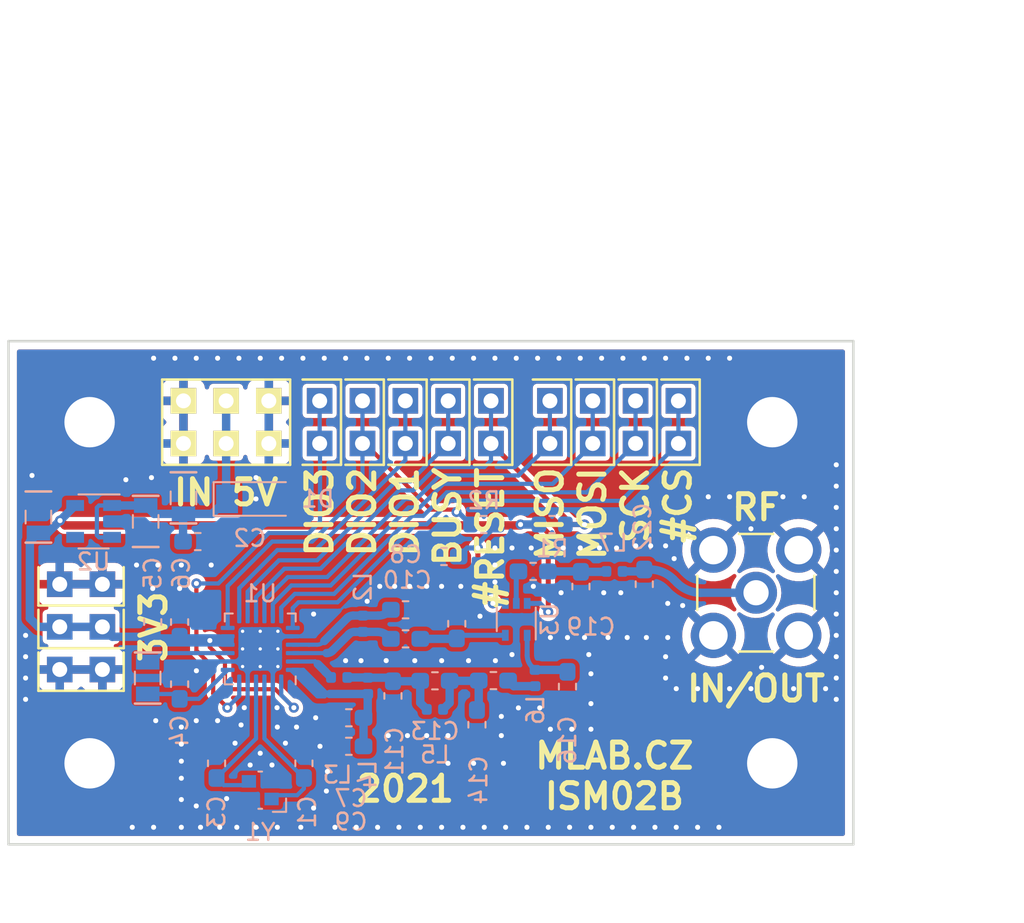
<source format=kicad_pcb>
(kicad_pcb (version 20210228) (generator pcbnew)
  (title_block (title "NAME") (date "%d. %m. %Y") (rev "REV") (company "Mlab www.mlab.cz") (comment 1 "VERSION") (comment 2 "Short description\\nTwo lines are maximum") (comment 3 "nickname <email@example.com>"))
  (layers (0 "F.Cu" signal) (31 "B.Cu" signal) (34 "B.Paste" user) (35 "F.Paste" user) (36 "B.SilkS" user "B.Silkscreen") (37 "F.SilkS" user "F.Silkscreen") (38 "B.Mask" user) (39 "F.Mask" user) (44 "Edge.Cuts" user))
  (net 0 "")
  (net 1 "Net-(C1-Pad1)")
  (net 2 "GND")
  (net 3 "+5V")
  (net 4 "Net-(C3-Pad1)")
  (net 5 "Net-(C4-Pad1)")
  (net 6 "+3V3")
  (net 7 "Net-(C7-Pad1)")
  (net 8 "Net-(C8-Pad1)")
  (net 9 "Net-(C10-Pad1)")
  (net 10 "Net-(C10-Pad2)")
  (net 11 "Net-(C11-Pad1)")
  (net 12 "Net-(C13-Pad1)")
  (net 13 "Net-(C15-Pad1)")
  (net 14 "Net-(C16-Pad1)")
  (net 15 "Net-(C17-Pad1)")
  (net 16 "Net-(C18-Pad1)")
  (net 17 "Net-(C22-Pad2)")
  (net 18 "Net-(C17-Pad2)")
  (net 19 "/SCK")
  (net 20 "/MISO")
  (net 21 "/MOSI")
  (net 22 "/#CS")
  (net 23 "/#RESET")
  (net 24 "/DIO1")
  (net 25 "/DIO2")
  (net 26 "/DIO3")
  (net 27 "/BUSY")
  (net 28 "Net-(L1-Pad2)")
  (net 29 "Net-(L3-Pad1)")
  (footprint "Mlab_Mechanical:MountingHole_3mm" (layer "F.Cu") (at 139.7 104.14)
    (fp_text reference "M2" hide)
    (fp_text value "HOLE" hide)
  )
  (footprint "Mlab_Mechanical:MountingHole_3mm" (layer "F.Cu") (at 180.34 124.46)
    (fp_text reference "M3" hide)
    (fp_text value "HOLE" hide)
  )
  (footprint "Mlab_Pin_Headers:Straight_2x01" (layer "F.Cu") (at 139.192 118.872)
    (fp_text reference "J2" hide)
    (fp_text value "HEADER_2x01_PARALLEL" hide)
  )
  (footprint "Mlab_Pin_Headers:Straight_2x01" (layer "F.Cu") (at 167.102 104.14 90)
    (fp_text reference "J5" hide)
    (fp_text value "HEADER_2x01_PARALLEL" hide)
  )
  (footprint "Mlab_Pin_Headers:Straight_2x01" (layer "F.Cu") (at 172.202 104.14 90)
    (fp_text reference "J4" hide)
    (fp_text value "HEADER_2x01_PARALLEL" hide)
  )
  (footprint "Mlab_Pin_Headers:Straight_2x01" (layer "F.Cu") (at 163.596 104.14 90)
    (fp_text reference "J3" hide)
    (fp_text value "HEADER_2x01_PARALLEL" hide)
  )
  (footprint "Mlab_CON:MCX" (layer "F.Cu") (at 179.3748 114.3 90)
    (fp_text reference "J12" hide)
    (fp_text value "MCX" hide)
  )
  (footprint "Mlab_Pin_Headers:Straight_2x01" (layer "F.Cu") (at 153.396 104.14 90)
    (fp_text reference "J10" hide)
    (fp_text value "HEADER_2x01_PARALLEL" hide)
  )
  (footprint "Mlab_Pin_Headers:Straight_2x01" (layer "F.Cu") (at 174.752 104.14 90)
    (fp_text reference "J7" hide)
    (fp_text value "HEADER_2x01_PARALLEL" hide)
  )
  (footprint "Mlab_Pin_Headers:Straight_2x01" (layer "F.Cu") (at 155.946 104.14 90)
    (fp_text reference "J9" hide)
    (fp_text value "HEADER_2x01_PARALLEL" hide)
  )
  (footprint "Mlab_Pin_Headers:Straight_2x01" (layer "F.Cu") (at 158.496 104.14 90)
    (fp_text reference "J8" hide)
    (fp_text value "HEADER_2x01_PARALLEL" hide)
  )
  (footprint "Mlab_Pin_Headers:Straight_2x01" (layer "F.Cu") (at 161.046 104.14 90)
    (fp_text reference "J11" hide)
    (fp_text value "HEADER_2x01_PARALLEL" hide)
  )
  (footprint "Mlab_Pin_Headers:Straight_2x01" (layer "F.Cu") (at 169.652 104.14 90)
    (fp_text reference "J6" hide)
    (fp_text value "HEADER_2x01_PARALLEL" hide)
  )
  (footprint "Mlab_Mechanical:MountingHole_3mm" (layer "F.Cu") (at 180.34 104.14)
    (fp_text reference "M1" hide)
    (fp_text value "HOLE" hide)
  )
  (footprint "Mlab_Pin_Headers:Straight_2x03" (layer "F.Cu") (at 147.828 104.14 90)
    (fp_text reference "J1" hide)
    (fp_text value "JUMP_3X2" hide)
  )
  (footprint "Mlab_Mechanical:MountingHole_3mm" (layer "F.Cu") (at 139.7 124.46)
    (fp_text reference "M4" hide)
    (fp_text value "HOLE" hide)
  )
  (footprint "Mlab_Pin_Headers:Straight_2x01" (layer "F.Cu") (at 139.192 113.792)
    (fp_text reference "J15" hide)
    (fp_text value "HEADER_2x01_PARALLEL" hide)
  )
  (footprint "Mlab_Pin_Headers:Straight_2x01" (layer "F.Cu") (at 139.192 116.332)
    (fp_text reference "J13" hide)
    (fp_text value "HEADER_2x01_PARALLEL" hide)
  )
  (footprint "Capacitor_SMD:C_0603_1608Metric_Pad1.05x0.95mm_HandSolder" (layer "B.Cu") (at 168.9496 113.93 90)
    (fp_text reference "C19")
    (fp_text value "3p3" hide)
  )
  (footprint "Capacitor_SMD:C_0603_1608Metric_Pad1.05x0.95mm_HandSolder" (layer "B.Cu") (at 160.796 112.141 180)
    (fp_text reference "C18" hide)
    (fp_text value "1nF" hide)
  )
  (footprint "Capacitor_SMD:C_0603_1608Metric_Pad1.05x0.95mm_HandSolder" (layer "B.Cu") (at 161.558 116.146 90)
    (fp_text reference "C12" hide)
    (fp_text value "-" hide)
  )
  (footprint "Capacitor_SMD:C_0603_1608Metric_Pad1.05x0.95mm_HandSolder" (layer "B.Cu") (at 172.72 113.792 90)
    (fp_text reference "C22")
    (fp_text value "3p3" hide)
  )
  (footprint "Capacitor_SMD:C_0603_1608Metric_Pad1.05x0.95mm_HandSolder" (layer "B.Cu") (at 145.058 119.746 90)
    (fp_text reference "C4")
    (fp_text value "470nF" hide)
  )
  (footprint "Capacitor_SMD:C_0603_1608Metric_Pad1.05x0.95mm_HandSolder" (layer "B.Cu") (at 143.458 116.046 90)
    (fp_text reference "C5")
    (fp_text value "1uF" hide)
  )
  (footprint "Capacitor_SMD:C_0603_1608Metric_Pad1.05x0.95mm_HandSolder" (layer "B.Cu") (at 152.458 124.46 90)
    (fp_text reference "C1")
    (fp_text value "-" hide)
  )
  (footprint "Capacitor_SMD:C_0603_1608Metric_Pad1.05x0.95mm_HandSolder" (layer "B.Cu") (at 147.258 124.46 90)
    (fp_text reference "C3")
    (fp_text value "-" hide)
  )
  (footprint "Capacitor_SMD:C_0603_1608Metric_Pad1.05x0.95mm_HandSolder" (layer "B.Cu") (at 158.51 117.046 180)
    (fp_text reference "C10")
    (fp_text value "2p4" hide)
  )
  (footprint "Capacitor_SMD:C_0603_1608Metric_Pad1.05x0.95mm_HandSolder" (layer "B.Cu") (at 145.058 116.046 90)
    (fp_text reference "C6")
    (fp_text value "100nF" hide)
  )
  (footprint "Capacitor_SMD:C_0603_1608Metric_Pad1.05x0.95mm_HandSolder" (layer "B.Cu") (at 158.51 115.316)
    (fp_text reference "C8")
    (fp_text value "1p8" hide)
  )
  (footprint "Mlab_XTAL:Crystal_SMD_NX2016SA" (layer "B.Cu") (at 149.858 126.06 90)
    (fp_text reference "Y1")
    (fp_text value "32MHz" hide)
  )
  (footprint "Package_DFN_QFN:QFN-24-1EP_4x4mm_P0.5mm_EP2.6x2.6mm_ThermalVias" (layer "B.Cu") (at 149.858 117.646 90)
    (fp_text reference "U1")
    (fp_text value "SX1262")
  )
  (footprint "Mlab_R:SMD-0603" (layer "B.Cu") (at 167.2335 110.236)
    (fp_text reference "R1")
    (fp_text value "10k")
  )
  (footprint "Inductor_SMD:L_0402_1005Metric" (layer "B.Cu") (at 155.97 116.146 -90)
    (fp_text reference "L2")
    (fp_text value "15nH" hide)
  )
  (footprint "Inductor_SMD:L_0402_1005Metric" (layer "B.Cu") (at 170.9496 113.03)
    (fp_text reference "L7")
    (fp_text value "9n1" hide)
  )
  (footprint "Mlab_R:SMD-0805" (layer "B.Cu") (at 143.158 119.38 90)
    (fp_text reference "L1")
    (fp_text value "15uH")
  )
  (footprint "Inductor_SMD:L_0402_1005Metric" (layer "B.Cu") (at 156.258 119.846 90)
    (fp_text reference "L4")
    (fp_text value "47nH" hide)
  )
  (footprint "Inductor_SMD:L_0402_1005Metric" (layer "B.Cu") (at 166.2176 119.38 90)
    (fp_text reference "L6")
    (fp_text value "4n7" hide)
  )
  (footprint "Inductor_SMD:L_0402_1005Metric" (layer "B.Cu") (at 160.258 121.246)
    (fp_text reference "L5")
    (fp_text value "2n5" hide)
  )
  (footprint "Capacitor_SMD:C_0603_1608Metric_Pad1.05x0.95mm_HandSolder" (layer "B.Cu") (at 160.258 119.546 180)
    (fp_text reference "C13")
    (fp_text value "3p3" hide)
  )
  (footprint "Capacitor_SMD:C_0603_1608Metric_Pad1.05x0.95mm_HandSolder" (layer "B.Cu") (at 168.148 119.888 -90)
    (fp_text reference "C16")
    (fp_text value "2p2" hide)
  )
  (footprint "Capacitor_SMD:C_0603_1608Metric_Pad1.05x0.95mm_HandSolder" (layer "B.Cu") (at 166.1046 113.03 180)
    (fp_text reference "C17" hide)
    (fp_text value "39pF" hide)
  )
  (footprint "Capacitor_SMD:C_0603_1608Metric_Pad1.05x0.95mm_HandSolder" (layer "B.Cu") (at 162.758 122.16 -90)
    (fp_text reference "C14")
    (fp_text value "5p6" hide)
  )
  (footprint "Capacitor_SMD:C_0603_1608Metric_Pad1.05x0.95mm_HandSolder" (layer "B.Cu") (at 157.758 120.446 -90)
    (fp_text reference "C11")
    (fp_text value "-" hide)
  )
  (footprint "Capacitor_SMD:C_0603_1608Metric_Pad1.05x0.95mm_HandSolder" (layer "B.Cu") (at 163.7398 119.5324 180)
    (fp_text reference "C15" hide)
    (fp_text value "39pF" hide)
  )
  (footprint "Capacitor_SMD:C_0603_1608Metric_Pad1.05x0.95mm_HandSolder" (layer "B.Cu") (at 155.133 121.746 180)
    (fp_text reference "C9")
    (fp_text value "47pF" hide)
  )
  (footprint "Capacitor_SMD:C_0603_1608Metric_Pad1.05x0.95mm_HandSolder" (layer "B.Cu") (at 155.133 123.446 180)
    (fp_text reference "C7")
    (fp_text value "47nF" hide)
  )
  (footprint "Inductor_SMD:L_0402_1005Metric" (layer "B.Cu") (at 154.558 119.346)
    (fp_text reference "L3")
    (fp_text value "0R" hide)
  )
  (footprint "Capacitor_SMD:C_0603_1608Metric_Pad1.05x0.95mm_HandSolder" (layer "B.Cu") (at 146.138 111.252)
    (fp_text reference "C2")
    (fp_text value "100nF" hide)
  )
  (footprint "Mlab_D:Diode-MiniMELF_Standard" (layer "B.Cu") (at 149.634 108.712)
    (fp_text reference "D1")
    (fp_text value "BZV55C-5,6V" hide)
  )
  (footprint "Package_TO_SOT_SMD:SOT-23-5" (layer "B.Cu") (at 139.938 110.052 180)
    (fp_text reference "U2")
    (fp_text value "MIC5504-3.3YM5" hide)
  )
  (footprint "Mlab_R:SMD-0805" (layer "B.Cu") (at 136.652 109.7915 90)
    (fp_text reference "C24")
    (fp_text value "10uF")
  )
  (footprint "Mlab_R:SMD-0805" (layer "B.Cu") (at 143.038 110.052 -90)
    (fp_text reference "C21")
    (fp_text value "10uF")
  )
  (footprint "Mlab_R:SMD-0805" (layer "B.Cu") (at 145.288 108.6485 90)
    (fp_text reference "C25")
    (fp_text value "10uF")
  )
  (footprint "Package_TO_SOT_SMD:SOT-363_SC-70-6" (layer "B.Cu") (at 165.1 115.886 90)
    (fp_text reference "U3")
    (fp_text value "PE4259")
  )
  (footprint "Mlab_R:SMD-0603" (layer "B.Cu") (at 163.1695 110.236 180)
    (fp_text reference "R2")
    (fp_text value "100R")
  )
  (gr_line (start 134.874 99.314) (end 134.874 129.286) (layer "Edge.Cuts") (width 0.15))
  (gr_line (start 134.874 99.314) (end 185.166 99.314) (layer "Edge.Cuts") (width 0.15))
  (gr_line (start 185.166 129.286) (end 134.874 129.286) (layer "Edge.Cuts") (width 0.15))
  (gr_line (start 185.166 129.286) (end 185.166 99.314) (layer "Edge.Cuts") (width 0.15))
  (gr_text "IN 5V" (at 147.828 108.331) (layer "F.SilkS") (effects (font (size 1.5 1.5) (thickness 0.3))))
  (gr_text "MLAB.CZ\nISM02B\n" (at 170.942 125.222) (layer "F.SilkS") (effects (font (size 1.5 1.5) (thickness 0.3))))
  (gr_text "IN/OUT" (at 179.3748 120.015) (layer "F.SilkS") (effects (font (size 1.5 1.5) (thickness 0.3))))
  (gr_text "2021" (at 155.448 125.984) (layer "F.SilkS") (effects (font (size 1.5 1.5) (thickness 0.3)) (justify left)))
  (gr_text "DIO2" (at 155.936 106.68 90) (layer "F.SilkS") (effects (font (size 1.5 1.5) (thickness 0.3)) (justify right)))
  (gr_text "BUSY" (at 161.016 106.68 90) (layer "F.SilkS") (effects (font (size 1.5 1.5) (thickness 0.3)) (justify right)))
  (gr_text "MISO" (at 167.102 106.68 90) (layer "F.SilkS") (effects (font (size 1.5 1.5) (thickness 0.3)) (justify right)))
  (gr_text "DIO3" (at 153.396 106.68 90) (layer "F.SilkS") (effects (font (size 1.5 1.5) (thickness 0.3)) (justify right)))
  (gr_text "3V3" (at 143.51 116.332 90) (layer "F.SilkS") (effects (font (size 1.5 1.5) (thickness 0.3))))
  (gr_text "DIO1" (at 158.476 106.68 90) (layer "F.SilkS") (effects (font (size 1.5 1.5) (thickness 0.3)) (justify right)))
  (gr_text "#RESET" (at 163.556 106.68 90) (layer "F.SilkS") (effects (font (size 1.5 1.5) (thickness 0.3)) (justify right)))
  (gr_text "RF" (at 179.3748 109.22) (layer "F.SilkS") (effects (font (size 1.5 1.5) (thickness 0.3))))
  (gr_text "MOSI" (at 169.642 106.68 90) (layer "F.SilkS") (effects (font (size 1.5 1.5) (thickness 0.3)) (justify right)))
  (gr_text "#CS" (at 174.722 106.68 90) (layer "F.SilkS") (effects (font (size 1.5 1.5) (thickness 0.3)) (justify right)))
  (gr_text "SCK" (at 172.182 106.68 90) (layer "F.SilkS") (effects (font (size 1.5 1.5) (thickness 0.3)) (justify right)))
  (segment (start 152.458 125.335) (end 152.458 125.96) (width 0.25) (layer "B.Cu") (net 1))
  (segment (start 152.058 126.36) (end 150.758 126.36) (width 0.25) (layer "B.Cu") (net 1))
  (segment (start 150.758 126.36) (end 150.533 126.585) (width 0.25) (layer "B.Cu") (net 1))
  (segment (start 152.458 125.96) (end 152.058 126.36) (width 0.25) (layer "B.Cu") (net 1))
  (segment (start 150.108 122.985) (end 152.458 125.335) (width 0.25) (layer "B.Cu") (net 1))
  (segment (start 150.108 122.985) (end 150.108 119.5835) (width 0.25) (layer "B.Cu") (net 1))
  (segment (start 148.358 122.533) (end 148.717 122.174) (width 0.25) (layer "F.Cu") (net 2))
  (segment (start 143.383 107.442) (end 141.986 107.442) (width 0.25) (layer "F.Cu") (net 2))
  (segment (start 167.767 116.586) (end 167.767 114.681) (width 0.25) (layer "F.Cu") (net 2))
  (segment (start 149.606 128.27) (end 150.876 128.27) (width 0.25) (layer "F.Cu") (net 2))
  (segment (start 150.858 121.146) (end 150.858 122.283) (width 0.25) (layer "F.Cu") (net 2))
  (segment (start 152.273 128.27) (end 152.273 127.889) (width 0.25) (layer "F.Cu") (net 2))
  (segment (start 155.862183 118.341817) (end 155.858 118.346) (width 0.5) (layer "F.Cu") (net 2))
  (segment (start 168.148 116.967) (end 167.767 116.586) (width 0.25) (layer "F.Cu") (net 2))
  (segment (start 149.258 124.46) (end 149.858 123.86) (width 0.5) (layer "F.Cu") (net 2))
  (segment (start 162.258 118.346) (end 163.858046 118.346) (width 0.5) (layer "F.Cu") (net 2))
  (segment (start 167.767 114.681) (end 167.767 114.3) (width 0.25) (layer "F.Cu") (net 2))
  (segment (start 149.258 124.56) (end 149.258 124.46) (width 0.5) (layer "F.Cu") (net 2))
  (segment (start 149.606 108.712) (end 149.606 107.442) (width 0.25) (layer "F.Cu") (net 2))
  (segment (start 159.058 118.346) (end 160.658 118.346) (width 0.5) (layer "F.Cu") (net 2))
  (segment (start 157.35666 118.341817) (end 155.862183 118.341817) (width 0.5) (layer "F.Cu") (net 2))
  (segment (start 152.273 127.889) (end 153.035 127.127) (width 0.25) (layer "F.Cu") (net 2))
  (segment (start 150.858 122.283) (end 150.876 122.301) (width 0.25) (layer "F.Cu") (net 2))
  (segment (start 148.358 123.26) (end 148.358 122.533) (width 0.25) (layer "F.Cu") (net 2))
  (segment (start 141.986 107.442) (end 141.859 107.569) (width 0.25) (layer "F.Cu") (net 2))
  (via (at 145.058 114.046) (size 0.6) (drill 0.3) (layers "F.Cu" "B.Cu") (net 2))
  (via (at 143.458 114.046) (size 0.6) (drill 0.3) (layers "F.Cu" "B.Cu") (net 2))
  (via (at 151.358 123.26) (size 0.6) (drill 0.3) (layers "F.Cu" "B.Cu") (net 2))
  (via (at 148.358 123.26) (size 0.6) (drill 0.3) (layers "F.Cu" "B.Cu") (net 2))
  (via (at 150.558 124.56) (size 0.6) (drill 0.3) (layers "F.Cu" "B.Cu") (net 2))
  (via (at 163.83 113.665) (size 0.6) (drill 0.3) (layers "F.Cu" "B.Cu") (net 2))
  (via (at 184.15 119.38) (size 0.6) (drill 0.3) (layers "F.Cu" "B.Cu") (net 2))
  (via (at 148.463 128.27) (size 0.6) (drill 0.3) (layers "F.Cu" "B.Cu") (net 2))
  (via (at 163.83 100.33) (size 0.6) (drill 0.3) (layers "F.Cu" "B.Cu") (net 2))
  (via (at 161.798 113.919) (size 0.6) (drill 0.3) (layers "F.Cu" "B.Cu") (net 2))
  (via (at 171.069 111.633) (size 0.6) (drill 0.3) (layers "F.Cu" "B.Cu") (net 2))
  (via (at 184.15 118.11) (size 0.6) (drill 0.3) (layers "F.Cu" "B.Cu") (net 2))
  (via (at 157.35666 118.341817) (size 0.6) (drill 0.3) (layers "F.Cu" "B.Cu") (net 2))
  (via (at 158.75 113.919) (size 0.6) (drill 0.3) (layers "F.Cu" "B.Cu") (net 2))
  (via (at 184.15 114.3) (size 0.6) (drill 0.3) (layers "F.Cu" "B.Cu") (net 2))
  (via (at 145.161 122.301) (size 0.6) (drill 0.3) (layers "F.Cu" "B.Cu") (net 2))
  (via (at 168.91 111.633) (size 0.6) (drill 0.3) (layers "F.Cu" "B.Cu") (net 2))
  (via (at 142.24 128.27) (size 0.6) (drill 0.3) (layers "F.Cu" "B.Cu") (net 2))
  (via (at 184.15 110.49) (size 0.6) (drill 0.3) (layers "F.Cu" "B.Cu") (net 2))
  (via (at 156.972 113.919) (size 0.6) (drill 0.3) (layers "F.Cu" "B.Cu") (net 2))
  (via (at 167.894 111.633) (size 0.6) (drill 0.3) (layers "F.Cu" "B.Cu") (net 2))
  (via (at 143.383 107.442) (size 0.6) (drill 0.3) (layers "F.Cu" "B.Cu") (net 2))
  (via (at 145.161 123.317) (size 0.6) (drill 0.3) (layers "F.Cu" "B.Cu") (net 2))
  (via (at 153.858 124.946) (size 0.6) (drill 0.3) (layers "F.Cu" "B.Cu") (net 2))
  (via (at 146.304 128.27) (size 0.6) (drill 0.3) (layers "F.Cu" "B.Cu") (net 2))
  (via (at 159.766 113.919) (size 0.6) (drill 0.3) (layers "F.Cu" "B.Cu") (net 2))
  (via (at 168.402 122.428) (size 0.6) (drill 0.3) (layers "F.Cu" "B.Cu") (net 2))
  (via (at 143.764 112.649) (size 0.6) (drill 0.3) (layers "F.Cu" "B.Cu") (net 2))
  (via (at 153.67 100.33) (size 0.6) (drill 0.3) (layers "F.Cu" "B.Cu") (net 2))
  (via (at 169.164 116.967) (size 0.6) (drill 0.3) (layers "F.Cu" "B.Cu") (net 2))
  (via (at 177.8 108.585) (size 0.6) (drill 0.3) (layers "F.Cu" "B.Cu") (net 2))
  (via (at 170.053 111.633) (size 0.6) (drill 0.3) (layers "F.Cu" "B.Cu") (net 2))
  (via (at 172.085 128.27) (size 0.6) (drill 0.3) (layers "F.Cu" "B.Cu") (net 2))
  (via (at 164.211 121.666) (size 0.6) (drill 0.3) (layers "F.Cu" "B.Cu") (net 2))
  (via (at 161.29 100.33) (size 0.6) (drill 0.3) (layers "F.Cu" "B.Cu") (net 2))
  (via (at 172.212 111.506) (size 0.6) (drill 0.3) (layers "F.Cu" "B.Cu") (net 2))
  (via (at 163.195 128.27) (size 0.6) (drill 0.3) (layers "F.Cu" "B.Cu") (net 2))
  (via (at 160.655 128.27) (size 0.6) (drill 0.3) (layers "F.Cu" "B.Cu") (net 2))
  (via (at 167.767 114.3) (size 0.6) (drill 0.3) (layers "F.Cu" "B.Cu") (net 2))
  (via (at 154.94 100.33) (size 0.6) (drill 0.3) (layers "F.Cu" "B.Cu") (net 2))
  (via (at 153.416 123.446) (size 0.6) (drill 0.3) (layers "F.Cu" "B.Cu") (net 2))
  (via (at 172.72 100.33) (size 0.6) (drill 0.3) (layers "F.Cu" "B.Cu") (net 2))
  (via (at 157.48 100.33) (size 0.6) (drill 0.3) (layers "F.Cu" "B.Cu") (net 2))
  (via (at 162.56 124.46) (size 0.6) (drill 0.3) (layers "F.Cu" "B.Cu") (net 2))
  (via (at 155.858 118.346) (size 0.6) (drill 0.3) (layers "F.Cu" "B.Cu") (net 2))
  (via (at 152.273 128.27) (size 0.6) (drill 0.3) (layers "F.Cu" "B.Cu") (net 2))
  (via (at 174.117 114.935) (size 0.6) (drill 0.3) (layers "F.Cu" "B.Cu") (net 2))
  (via (at 166.37 100.33) (size 0.6) (drill 0.3) (layers "F.Cu" "B.Cu") (net 2))
  (via (at 160.655 113.919) (size 0.6) (drill 0.3) (layers "F.Cu" "B.Cu") (net 2))
  (via (at 150.876 122.301) (size 0.6) (drill 0.3) (layers "F.Cu" "B.Cu") (net 2))
  (via (at 181.61 120.015) (size 0.6) (drill 0.3) (layers "F.Cu" "B.Cu") (net 2))
  (via (at 159.766 122.809) (size 0.6) (drill 0.3) (layers "F.Cu" "B.Cu") (net 2))
  (via (at 149.858 123.86) (size 0.6) (drill 0.3) (layers "F.Cu" "B.Cu") (net 2))
  (via (at 149.606 107.442) (size 0.6) (drill 0.3) (layers "F.Cu" "B.Cu") (net 2))
  (via (at 153.797 126.111) (size 0.6) (drill 0.3) (layers "F.Cu" "B.Cu") (net 2))
  (via (at 150.858 121.146) (size 0.6) (drill 0.3) (layers "F.Cu" "B.Cu") (net 2))
  (via (at 155.575 128.27) (size 0.6) (drill 0.3) (layers "F.Cu" "B.Cu") (net 2))
  (via (at 145.161 128.27) (size 0.6) (drill 0.3) (layers "F.Cu" "B.Cu") (net 2))
  (via (at 170.815 128.27) (size 0.6) (drill 0.3) (layers "F.Cu" "B.Cu") (net 2))
  (via (at 143.51 100.33) (size 0.6) (drill 0.3) (layers "F.Cu" "B.Cu") (net 2))
  (via (at 144.78 100.33) (size 0.6) (drill 0.3) (layers "F.Cu" "B.Cu") (net 2))
  (via (at 135.89 120.65) (size 0.6) (drill 0.3) (layers "F.Cu" "B.Cu") (net 2))
  (via (at 168.275 128.27) (size 0.6) (drill 0.3) (layers "F.Cu" "B.Cu") (net 2))
  (via (at 158.75 100.33) (size 0.6) (drill 0.3) (layers "F.Cu" "B.Cu") (net 2))
  (via (at 172.847 116.967) (size 0.6) (drill 0.3) (layers "F.Cu" "B.Cu") (net 2))
  (via (at 146.05 100.33) (size 0.6) (drill 0.3) (layers "F.Cu" "B.Cu") (net 2))
  (via (at 173.101 111.506) (size 0.6) (drill 0.3) (layers "F.Cu" "B.Cu") (net 2))
  (via (at 169.545 120.904) (size 0.6) (drill 0.3) (layers "F.Cu" "B.Cu") (net 2))
  (via (at 177.8 100.33) (size 0.6) (drill 0.3) (layers "F.Cu" "B.Cu") (net 2))
  (via (at 175.26 100.33) (size 0.6) (drill 0.3) (layers "F.Cu" "B.Cu") (net 2))
  (via (at 176.53 108.585) (size 0.6) (drill 0.3) (layers "F.Cu" "B.Cu") (net 2))
  (via (at 146.939 112.649) (size 0.6) (drill 0.3) (layers "F.Cu" "B.Cu") (net 2))
  (via (at 158.115 128.27) (size 0.6) (drill 0.3) (layers "F.Cu" "B.Cu") (net 2))
  (via (at 168.148 116.967) (size 0.6) (drill 0.3) (layers "F.Cu" "B.Cu") (net 2))
  (via (at 156.21 100.33) (size 0.6) (drill 0.3) (layers "F.Cu" "B.Cu") (net 2))
  (via (at 182.245 108.585) (size 0.6) (drill 0.3) (layers "F.Cu" "B.Cu") (net 2))
  (via (at 149.86 100.33) (size 0.6) (drill 0.3) (layers "F.Cu" "B.Cu") (net 2))
  (via (at 162.941 115.697) (size 0.6) (drill 0.3) (layers "F.Cu" "B.Cu") (net 2))
  (via (at 167.64 100.33) (size 0.6) (drill 0.3) (layers "F.Cu" "B.Cu") (net 2))
  (via (at 173.99 100.33) (size 0.6) (drill 0.3) (layers "F.Cu" "B.Cu") (net 2))
  (via (at 183.515 120.015) (size 0.6) (drill 0.3) (layers "F.Cu" "B.Cu") (net 2))
  (via (at 148.908011 121.145981) (size 0.6) (drill 0.3) (layers "F.Cu" "B.Cu") (net 2))
  (via (at 148.59 100.33) (size 0.6) (drill 0.3) (layers "F.Cu" "B.Cu") (net 2))
  (via (at 170.18 100.33) (size 0.6) (drill 0.3) (layers "F.Cu" "B.Cu") (net 2))
  (via (at 164.846 111.633) (size 0.6) (drill 0.3) (layers "F.Cu" "B.Cu") (net 2))
  (via (at 135.89 119.38) (size 0.6) (drill 0.3) (layers "F.Cu" "B.Cu") (net 2))
  (via (at 162.258 118.346) (size 0.6) (drill 0.3) (layers "F.Cu" "B.Cu") (net 2))
  (via (at 164.465 128.27) (size 0.6) (drill 0.3) (layers "F.Cu" "B.Cu") (net 2))
  (via (at 146.05 127) (size 0.6) (drill 0.3) (layers "F.Cu" "B.Cu") (net 2))
  (via (at 135.89 116.84) (size 0.6) (drill 0.3) (layers "F.Cu" "B.Cu") (net 2))
  (via (at 184.15 116.84) (size 0.6) (drill 0.3) (layers "F.Cu" "B.Cu") (net 2))
  (via (at 154.94 118.346) (size 0.6) (drill 0.3) (layers "F.Cu" "B.Cu") (net 2))
  (via (at 173.99 111.506) (size 0.6) (drill 0.3) (layers "F.Cu" "B.Cu") (net 2))
  (via (at 174.498 112.268) (size 0.6) (drill 0.3) (layers "F.Cu" "B.Cu") (net 2))
  (via (at 165.735 128.27) (size 0.6) (drill 0.3) (layers "F.Cu" "B.Cu") (net 2))
  (via (at 171.45 100.33) (size 0.6) (drill 0.3) (layers "F.Cu" "B.Cu") (net 2))
  (via (at 164.846 117.983) (size 0.6) (drill 0.3) (layers "F.Cu" "B.Cu") (net 2))
  (via (at 170.561 116.967) (size 0.6) (drill 0.3) (layers "F.Cu" "B.Cu") (net 2))
  (via (at 154.305 128.27) (size 0.6) (drill 0.3) (layers "F.Cu" "B.Cu") (net 2))
  (via (at 152.019 122.301) (size 0.6) (drill 0.3) (layers "F.Cu" "B.Cu") (net 2))
  (via (at 153.035 115.57) (size 0.6) (drill 0.3) (layers "F.Cu" "B.Cu") (net 2))
  (via (at 163.858046 118.346) (size 0.6) (drill 0.3) (layers "F.Cu" "B.Cu") (net 2))
  (via (at 173.99 118.11) (size 0.6) (drill 0.3) (layers "F.Cu" "B.Cu") (net 2))
  (via (at 161.925 128.27) (size 0.6) (drill 0.3) (layers "F.Cu" "B.Cu") (net 2))
  (via (at 145.161 125.349) (size 0.6) (drill 0.3) (layers "F.Cu" "B.Cu") (net 2))
  (via (at 153.158 121.746) (size 0.6) (drill 0.3) (layers "F.Cu" "B.Cu") (net 2))
  (via (at 168.91 100.33) (size 0.6) (drill 0.3) (layers "F.Cu" "B.Cu") (net 2))
  (via (at 177.165 128.27) (size 0.6) (drill 0.3) (layers "F.Cu" "B.Cu") (net 2))
  (via (at 173.355 128.27) (size 0.6) (drill 0.3) (layers "F.Cu" "B.Cu") (net 2))
  (via (at 148.717 122.174) (size 0.6) (drill 0.3) (layers "F.Cu" "B.Cu") (net 2))
  (via (at 160.658 118.346) (size 0.6) (drill 0.3) (layers "F.Cu" "B.Cu") (net 2))
  (via (at 145.161 126.619) (size 0.6) (drill 0.3) (layers "F.Cu" "B.Cu") (net 2))
  (via (at 165.1 100.33) (size 0.6) (drill 0.3) (layers "F.Cu" "B.Cu") (net 2))
  (via (at 147.32 121.92) (size 0.6) (drill 0.3) (layers "F.Cu" "B.Cu") (net 2))
  (via (at 146.058 118.946) (size 0.6) (drill 0.3) (layers "F.Cu" "B.Cu") (net 2))
  (via (at 175.895 120.015) (size 0.6) (drill 0.3) (layers "F.Cu" "B.Cu") (net 2))
  (via (at 162.56 100.33) (size 0.6) (drill 0.3) (layers "F.Cu" "B.Cu") (net 2))
  (via (at 184.15 113.03) (size 0.6) (drill 0.3) (layers "F.Cu" "B.Cu") (net 2))
  (via (at 161.036 122.809) (size 0.6) (drill 0.3) (layers "F.Cu" "B.Cu") (net 2))
  (via (at 184.15 107.95) (size 0.6) (drill 0.3) (layers "F.Cu" "B.Cu") (net 2))
  (via (at 171.704 116.967) (size 0.6) (drill 0.3) (layers "F.Cu" "B.Cu") (net 2))
  (via (at 179.705 118.745) (size 0.6) (drill 0.3) (layers "F.Cu" "B.Cu") (net 2))
  (via (at 179.07 120.015) (size 0.6) (drill 0.3) (layers "F.Cu" "B.Cu") (net 2))
  (via (at 166.497 121.158) (size 0.6) (drill 0.3) (layers "F.Cu" "B.Cu") (net 2))
  (via (at 160.02 100.33) (size 0.6) (drill 0.3) (layers "F.Cu" "B.Cu") (net 2))
  (via (at 157.48 122.809) (size 0.6) (drill 0.3) (layers "F.Cu" "B.Cu") (net 2))
  (via (at 151.13 100.33) (size 0.6) (drill 0.3) (layers "F.Cu" "B.Cu") (net 2))
  (via (at 164.211 122.809) (size 0.6) (drill 0.3) (layers "F.Cu" "B.Cu") (net 2))
  (via (at 169.545 122.428) (size 0.6) (drill 0.3) (layers "F.Cu" "B.Cu") (net 2))
  (via (at 167.132 116.967) (size 0.6) (drill 0.3) (layers "F.Cu" "B.Cu") (net 2))
  (via (at 184.15 115.57) (size 0.6) (drill 0.3) (layers "F.Cu" "B.Cu") (net 2))
  (via (at 171.323 114.3) (size 0.6) (drill 0.3) (layers "F.Cu" "B.Cu") (net 2))
  (via (at 149.258 124.56) (size 0.6) (drill 0.3) (layers "F.Cu" "B.Cu") (net 2))
  (via (at 161.036 124.46) (size 0.6) (drill 0.3) (layers "F.Cu" "B.Cu") (net 2))
  (via (at 169.418 117.983) (size 0.6) (drill 0.3) (layers "F.Cu" "B.Cu") (net 2))
  (via (at 147.447 128.27) (size 0.6) (drill 0.3) (layers "F.Cu" "B.Cu") (net 2))
  (via (at 156.224 114.808) (size 0.6) (drill 0.3) (layers "F.Cu" "B.Cu") (net 2))
  (via (at 170.307 114.3) (size 0.6) (drill 0.3) (layers "F.Cu" "B.Cu") (net 2))
  (via (at 184.15 120.65) (size 0.6) (drill 0.3) (layers "F.Cu" "B.Cu") (net 2))
  (via (at 175.895 128.27) (size 0.6) (drill 0.3) (layers "F.Cu" "B.Cu") (net 2))
  (via (at 169.545 128.27) (size 0.6) (drill 0.3) (layers "F.Cu" "B.Cu") (net 2))
  (via (at 165.227 121.158) (size 0.6) (drill 0.3) (layers "F.Cu" "B.Cu") (net 2))
  (via (at 174.625 120.015) (size 0.6) (drill 0.3) (layers "F.Cu" "B.Cu") (net 2))
  (via (at 157.861 113.919) (size 0.6) (drill 0.3) (layers "F.Cu" "B.Cu") (net 2))
  (via (at 147.858 126.56) (size 0.6) (drill 0.3) (layers "F.Cu" "B.Cu") (net 2))
  (via (at 153.035 127.127) (size 0.6) (drill 0.3) (layers "F.Cu" "B.Cu") (net 2))
  (via (at 136.271 107.315) (size 0.6) (drill 0.3) (layers "F.Cu" "B.Cu") (net 2))
  (via (at 184.15 109.22) (size 0.6) (drill 0.3) (layers "F.Cu" "B.Cu") (net 2))
  (via (at 152.4 100.33) (size 0.6) (drill 0.3) (layers "F.Cu" "B.Cu") (net 2))
  (via (at 145.161 112.649) (size 0.6) (drill 0.3) (layers "F.Cu" "B.Cu") (net 2))
  (via (at 167.005 128.27) (size 0.6) (drill 0.3) (layers "F.Cu" "B.Cu") (net 2))
  (via (at 159.058 118.346) (size 0.6) (drill 0.3) (layers "F.Cu" "B.Cu") (net 2))
  (via (at 174.117 116.967) (size 0.6) (drill 0.3) (layers "F.Cu" "B.Cu") (net 2))
  (via (at 176.53 100.33) (size 0.6) (drill 0.3) (layers "F.Cu" "B.Cu") (net 2))
  (via (at 159.385 128.27) (size 0.6) (drill 0.3) (layers "F.Cu" "B.Cu") (net 2))
  (via (at 149.606 128.27) (size 0.6) (drill 0.3) (layers "F.Cu" "B.Cu") (net 2))
  (via (at 180.975 108.585) (size 0.6) (drill 0.3) (layers "F.Cu" "B.Cu") (net 2))
  (via (at 164.338 124.46) (size 0.6) (drill 0.3) (layers "F.Cu" "B.Cu") (net 2))
  (via (at 143.51 128.27) (size 0.6) (drill 0.3) (layers "F.Cu" "B.Cu") (net 2))
  (via (at 147.32 100.33) (size 0.6) (drill 0.3) (layers "F.Cu" "B.Cu") (net 2))
  (via (at 165.989 111.633) (size 0.6) (drill 0.3) (layers "F.Cu" "B.Cu") (net 2))
  (via (at 175.006 115.062) (size 0.6) (drill 0.3) (layers "F.Cu" "B.Cu") (net 2))
  (via (at 135.89 118.11) (size 0.6) (drill 0.3) (layers "F.Cu" "B.Cu") (net 2))
  (via (at 177.8 120.015) (size 0.6) (drill 0.3) (layers "F.Cu" "B.Cu") (net 2))
  (via (at 141.859 107.569) (size 0.6) (drill 0.3) (layers "F.Cu" "B.Cu") (net 2))
  (via (at 163.83 111.633) (size 0.6) (drill 0.3) (layers "F.Cu" "B.Cu") (net 2))
  (via (at 143.637 121.92) (size 0.6) (drill 0.3) (layers "F.Cu" "B.Cu") (net 2))
  (via (at 158.623 122.809) (size 0.6) (drill 0.3) (layers "F.Cu" "B.Cu") (net 2))
  (via (at 173.99 119.38) (size 0.6) (drill 0.3) (layers "F.Cu" "B.Cu") (net 2))
  (via (at 166.116 113.919) (size 0.6) (drill 0.3) (layers "F.Cu" "B.Cu") (net 2))
  (via (at 145.161 124.333) (size 0.6) (drill 0.3) (layers "F.Cu" "B.Cu") (net 2))
  (via (at 156.845 128.27) (size 0.6) (drill 0.3) (layers "F.Cu" "B.Cu") (net 2))
  (via (at 167.132 122.428) (size 0.6) (drill 0.3) (layers "F.Cu" "B.Cu") (net 2))
  (via (at 179.07 110.49) (size 0.6) (drill 0.3) (layers "F.Cu" "B.Cu") (net 2))
  (via (at 150.876 128.27) (size 0.6) (drill 0.3) (layers "F.Cu" "B.Cu") (net 2))
  (via (at 146.05 121.92) (size 0.6) (drill 0.3) (layers "F.Cu" "B.Cu") (net 2))
  (via (at 169.545 119.126) (size 0.6) (drill 0.3) (layers "F.Cu" "B.Cu") (net 2))
  (via (at 163.83 112.649) (size 0.6) (drill 0.3) (layers "F.Cu" "B.Cu") (net 2))
  (via (at 149.606 108.712) (size 0.6) (drill 0.3) (layers "F.Cu" "B.Cu") (net 2))
  (via (at 184.15 111.76) (size 0.6) (drill 0.3) (layers "F.Cu" "B.Cu") (net 2))
  (via (at 174.625 128.27) (size 0.6) (drill 0.3) (layers "F.Cu" "B.Cu") (net 2))
  (via (at 184.15 106.68) (size 0.6) (drill 0.3) (layers "F.Cu" "B.Cu") (net 2))
  (via (at 142.494 112.649) (size 0.6) (drill 0.3) (layers "F.Cu" "B.Cu") (net 2))
  (segment (start 148.033 123.585) (end 148.358 123.26) (width 0.25) (layer "B.Cu") (net 2))
  (segment (start 150.608 119.5835) (end 150.608 118.996) (width 0.25) (layer "B.Cu") (net 2))
  (segment (start 149.108 118.996) (end 148.808 118.696) (width 0.25) (layer "B.Cu") (net 2))
  (segment (start 152.458 123.585) (end 151.683 123.585) (width 0.25) (layer "B.Cu") (net 2))
  (segment (start 147.258 123.585) (end 148.033 123.585) (width 0.25) (layer "B.Cu") (net 2))
  (segment (start 151.683 123.585) (end 151.358 123.26) (width 0.25) (layer "B.Cu") (net 2))
  (segment (start 150.533 124.585) (end 150.558 124.56) (width 0.25) (layer "B.Cu") (net 2))
  (segment (start 147.9205 118.396) (end 148.508 118.396) (width 0.25) (layer "B.Cu") (net 2))
  (segment (start 148.508 118.396) (end 148.808 118.696) (width 0.25) (layer "B.Cu") (net 2))
  (segment (start 149.108 119.5835) (end 149.108 118.996) (width 0.25) (layer "B.Cu") (net 2))
  (segment (start 151.208 116.896) (end 150.908 116.596) (width 0.25) (layer "B.Cu") (net 2))
  (segment (start 150.608 118.996) (end 150.908 118.696) (width 0.25) (layer "B.Cu") (net 2))
  (segment (start 150.533 125.535) (end 150.533 124.585) (width 0.25) (layer "B.Cu") (net 2))
  (segment (start 143.458 115.171) (end 143.458 114.046) (width 0.25) (layer "B.Cu") (net 2))
  (segment (start 145.058 115.171) (end 145.058 114.046) (width 0.25) (layer "B.Cu") (net 2))
  (segment (start 151.7955 116.896) (end 151.208 116.896) (width 0.25) (layer "B.Cu") (net 2))
  (segment (start 142.0855 110.052) (end 143.038 111.0045) (width 0.5) (layer "B.Cu") (net 2))
  (segment (start 141.038 110.052) (end 142.0855 110.052) (width 0.5) (layer "B.Cu") (net 2))
  (segment (start 157.379928 118.318541) (end 157.356652 118.341817) (width 0.5) (layer "B.Cu") (net 2))
  (segment (start 166.497 114.3) (end 166.116 113.919) (width 0.25) (layer "B.Cu") (net 2))
  (segment (start 150.876 128.27) (end 152.273 128.27) (width 0.25) (layer "B.Cu") (net 2))
  (segment (start 167.767 114.3) (end 166.497 114.3) (width 0.25) (layer "B.Cu") (net 2))
  (segment (start 157.35666 118.341817) (end 159.053817 118.341817) (width 0.5) (layer "B.Cu") (net 2))
  (segment (start 148.463 128.27) (end 149.606 128.27) (width 0.25) (layer "B.Cu") (net 2))
  (segment (start 153.035 126.873) (end 153.797 126.111) (width 0.25) (layer "B.Cu") (net 2))
  (segment (start 163.858046 118.346) (end 164.483 118.346) (width 0.5) (layer "B.Cu") (net 2))
  (segment (start 154.258 121.746) (end 153.158 121.746) (width 0.25) (layer "B.Cu") (net 2))
  (segment (start 154.157999 124.646001) (end 153.858 124.946) (width 0.25) (layer "B.Cu") (net 2))
  (segment (start 146.357999 118.646001) (end 146.058 118.946) (width 0.25) (layer "B.Cu") (net 2))
  (segment (start 153.035 127.127) (end 153.035 126.873) (width 0.25) (layer "B.Cu") (net 2))
  (segment (start 149.183 126.585) (end 147.883 126.585) (width 0.25) (layer "B.Cu") (net 2))
  (segment (start 145.058 118.871) (end 145.983 118.871) (width 0.25) (layer "B.Cu") (net 2))
  (segment (start 154.395832 115.57) (end 153.035 115.57) (width 0.15) (layer "B.Cu") (net 2))
  (segment (start 157.356652 118.341817) (end 157.35666 118.341817) (width 0.5) (layer "B.Cu") (net 2))
  (segment (start 161.513 115.316) (end 161.558 115.271) (width 0.3) (layer "B.Cu") (net 2))
  (segment (start 144.018 122.301) (end 143.637 121.92) (width 0.25) (layer "B.Cu") (net 2))
  (segment (start 145.161 122.301) (end 144.018 122.301) (width 0.25) (layer "B.Cu") (net 2))
  (segment (start 145.983 118.871) (end 146.058 118.946) (width 0.25) (layer "B.Cu") (net 2))
  (segment (start 149.108 120.945992) (end 148.908011 121.145981) (width 0.25) (layer "B.Cu") (net 2))
  (segment (start 146.608 118.396) (end 146.357999 118.646001) (width 0.25) (layer "B.Cu") (net 2))
  (segment (start 150.876 122.301) (end 152.019 122.301) (width 0.25) (layer "B.Cu") (net 2))
  (segment (start 147.883 126.585) (end 147.858 126.56) (width 0.25) (layer "B.Cu") (net 2))
  (segment (start 150.608 119.5835) (end 150.608 120.896) (width 0.25) (layer "B.Cu") (net 2))
  (segment (start 160.658 118.346) (end 162.258 118.346) (width 0.5) (layer "B.Cu") (net 2))
  (segment (start 149.108 119.5835) (end 149.108 120.945992) (width 0.25) (layer "B.Cu") (net 2))
  (segment (start 147.9205 118.396) (end 146.608 118.396) (width 0.25) (layer "B.Cu") (net 2))
  (segment (start 154.258 123.446) (end 154.258 124.546) (width 0.25) (layer "B.Cu") (net 2))
  (segment (start 150.558 124.56) (end 149.258 124.56) (width 0.5) (layer "B.Cu") (net 2))
  (segment (start 154.258 124.546) (end 154.157999 124.646001) (width 0.25) (layer "B.Cu") (net 2))
  (segment (start 150.608 120.896) (end 150.858 121.146) (width 0.25) (layer "B.Cu") (net 2))
  (segment (start 155.157832 114.808) (end 154.395832 115.57) (width 0.15) (layer "B.Cu") (net 2))
  (segment (start 164.483 118.346) (end 164.846 117.983) (width 0.5) (layer "B.Cu") (net 2))
  (segment (start 156.224 114.808) (end 155.157832 114.808) (width 0.15) (layer "B.Cu") (net 2))
  (segment (start 151.384 108.712) (end 149.606 108.712) (width 0.25) (layer "B.Cu") (net 2))
  (segment (start 159.053817 118.341817) (end 159.058 118.346) (width 0.5) (layer "B.Cu") (net 2))
  (segment (start 140.258 109.102) (end 140.132999 109.227001) (width 0.25) (layer "B.Cu") (net 3))
  (segment (start 143.038 109.0995) (end 143.292 109.0995) (width 0.5) (layer "B.Cu") (net 3))
  (segment (start 143.0355 109.102) (end 143.038 109.0995) (width 0.5) (layer "B.Cu") (net 3))
  (segment (start 140.132999 110.876999) (end 140.258 111.002) (width 0.25) (layer "B.Cu") (net 3))
  (segment (start 141.038 109.102) (end 143.0355 109.102) (width 0.5) (layer "B.Cu") (net 3))
  (segment (start 140.132999 109.227001) (end 140.132999 110.876999) (width 0.25) (layer "B.Cu") (net 3))
  (segment (start 140.258 111.002) (end 141.038 111.002) (width 0.25) (layer "B.Cu") (net 3))
  (segment (start 141.038 109.102) (end 140.258 109.102) (width 0.25) (layer "B.Cu") (net 3))
  (segment (start 143.5395 109.601) (end 143.038 109.0995) (width 0.5) (layer "B.Cu") (net 3))
  (segment (start 145.263 111.252) (end 145.263 109.626) (width 0.5) (layer "B.Cu") (net 3))
  (segment (start 147.828 105.41) (end 147.828 108.656) (width 0.5) (layer "B.Cu") (net 3))
  (segment (start 146.995 109.601) (end 147.884 108.712) (width 0.5) (layer "B.Cu") (net 3))
  (segment (start 147.828 102.87) (end 147.828 105.41) (width 0.5) (layer "B.Cu") (net 3))
  (segment (start 145.288 109.601) (end 143.5395 109.601) (width 0.5) (layer "B.Cu") (net 3))
  (segment (start 145.288 109.601) (end 146.995 109.601) (width 0.5) (layer "B.Cu") (net 3))
  (segment (start 145.263 109.626) (end 145.288 109.601) (width 0.5) (layer "B.Cu") (net 3))
  (segment (start 147.828 108.656) (end 147.884 108.712) (width 0.5) (layer "B.Cu") (net 3))
  (segment (start 147.683 125.76) (end 147.258 125.335) (width 0.25) (layer "B.Cu") (net 4))
  (segment (start 148.958 125.76) (end 147.683 125.76) (width 0.25) (layer "B.Cu") (net 4))
  (segment (start 149.183 125.535) (end 148.958 125.76) (width 0.25) (layer "B.Cu") (net 4))
  (segment (start 149.608 122.985) (end 147.258 125.335) (width 0.25) (layer "B.Cu") (net 4))
  (segment (start 149.608 122.985) (end 149.608 119.5835) (width 0.25) (layer "B.Cu") (net 4))
  (segment (start 145.058 120.621) (end 146.1955 120.621) (width 0.25) (layer "B.Cu") (net 5))
  (segment (start 143.158 120.3325) (end 144.7695 120.3325) (width 0.25) (layer "B.Cu") (net 5))
  (segment (start 146.1955 120.621) (end 147.9205 118.896) (width 0.25) (layer "B.Cu") (net 5))
  (segment (start 144.7695 120.3325) (end 145.058 120.621) (width 0.25) (layer "B.Cu") (net 5))
  (segment (start 151.558001 120.846001) (end 151.858 121.146) (width 0.25) (layer "F.Cu") (net 6))
  (segment (start 167.005 110.744) (end 166.497 110.236) (width 0.3) (layer "F.Cu") (net 6))
  (segment (start 160.165091 110.290091) (end 160.600909 110.290091) (width 0.5) (layer "F.Cu") (net 6))
  (segment (start 160.600909 110.290091) (end 165.299909 110.290091) (width 0.5) (layer "F.Cu") (net 6))
  (segment (start 146.858 117.146) (end 146.858 117.546) (width 0.25) (layer "F.Cu") (net 6))
  (segment (start 146.858 117.546) (end 147.758 118.446) (width 0.25) (layer "F.Cu") (net 6))
  (segment (start 166.497 110.236) (end 165.354 110.236) (width 0.3) (layer "F.Cu") (net 6))
  (segment (start 147.758 119.646) (end 148.158 120.046) (width 0.25) (layer "F.Cu") (net 6))
  (segment (start 160.600909 110.290091) (end 138.230091 110.290091) (width 0.5) (layer "F.Cu") (net 6))
  (segment (start 165.299909 110.290091) (end 165.354 110.236) (width 0.5) (layer "F.Cu") (net 6))
  (segment (start 150.758 120.046) (end 151.558001 120.846001) (width 0.25) (layer "F.Cu") (net 6))
  (segment (start 138.230091 110.290091) (end 137.94 110) (width 0.5) (layer "F.Cu") (net 6))
  (segment (start 167.005 115.443) (end 167.005 110.744) (width 0.3) (layer "F.Cu") (net 6))
  (segment (start 148.158 120.046) (end 150.758 120.046) (width 0.25) (layer "F.Cu") (net 6))
  (segment (start 147.758 118.446) (end 147.758 119.646) (width 0.25) (layer "F.Cu") (net 6))
  (via (at 167.005 115.443) (size 0.6) (drill 0.3) (layers "F.Cu" "B.Cu") (net 6))
  (via (at 165.354 110.236) (size 0.6) (drill 0.3) (layers "F.Cu" "B.Cu") (net 6))
  (via (at 137.94 110) (size 0.6) (drill 0.3) (layers "F.Cu" "B.Cu") (net 6))
  (via (at 151.858 121.146) (size 0.6) (drill 0.3) (layers "F.Cu" "B.Cu") (net 6))
  (via (at 146.858 117.146) (size 0.6) (drill 0.3) (layers "F.Cu" "B.Cu") (net 6))
  (segment (start 143.4355 116.8985) (end 143.458 116.921) (width 0.5) (layer "B.Cu") (net 6))
  (segment (start 142.883 116.921) (end 143.458 116.921) (width 0.5) (layer "B.Cu") (net 6))
  (segment (start 137.196 110.744) (end 137.94 110) (width 0.5) (layer "B.Cu") (net 6))
  (segment (start 165.75 114.936) (end 166.498 114.936) (width 0.3) (layer "B.Cu") (net 6))
  (segment (start 166.446 110.236) (end 165.354 110.236) (width 0.5) (layer "B.Cu") (net 6))
  (segment (start 145.058 116.921) (end 146.633 116.921) (width 0.25) (layer "B.Cu") (net 6))
  (segment (start 146.633 116.921) (end 146.858 117.146) (width 0.25) (layer "B.Cu") (net 6))
  (segment (start 140.462 116.332) (end 137.922 116.332) (width 0.5) (layer "B.Cu") (net 6))
  (segment (start 136.144 115.824) (end 136.144 111.252) (width 0.5) (layer "B.Cu") (net 6))
  (segment (start 141.051 116.921) (end 140.462 116.332) (width 0.5) (layer "B.Cu") (net 6))
  (segment (start 136.144 111.252) (end 136.652 110.744) (width 0.5) (layer "B.Cu") (net 6))
  (segment (start 136.652 110.744) (end 137.196 110.744) (width 0.5) (layer "B.Cu") (net 6))
  (segment (start 166.498 114.936) (end 167.005 115.443) (width 0.3) (layer "B.Cu") (net 6))
  (segment (start 151.108 120.396) (end 151.858 121.146) (width 0.25) (layer "B.Cu") (net 6))
  (segment (start 137.94 110) (end 138.838 109.102) (width 0.5) (layer "B.Cu") (net 6))
  (segment (start 151.108 119.5835) (end 151.108 120.396) (width 0.25) (layer "B.Cu") (net 6))
  (segment (start 136.652 116.332) (end 136.144 115.824) (width 0.5) (layer "B.Cu") (net 6))
  (segment (start 143.458 116.921) (end 141.051 116.921) (width 0.5) (layer "B.Cu") (net 6))
  (segment (start 137.922 116.332) (end 136.652 116.332) (width 0.5) (layer "B.Cu") (net 6))
  (segment (start 152.058 118.896) (end 151.7955 118.896) (width 0.25) (layer "B.Cu") (net 7))
  (segment (start 156.008 121.746) (end 156.008 123.446) (width 0.5) (layer "B.Cu") (net 7))
  (segment (start 152.008 118.896) (end 151.7955 118.896) (width 0.25) (layer "B.Cu") (net 7))
  (segment (start 156.258 120.331) (end 156.258 121.396) (width 0.5) (layer "B.Cu") (net 7))
  (segment (start 152.424 118.896) (end 153.859 120.331) (width 0.25) (layer "B.Cu") (net 7))
  (segment (start 156.258 121.396) (end 155.908 121.746) (width 0.5) (layer "B.Cu") (net 7))
  (segment (start 153.859 120.331) (end 153.989 120.331) (width 0.25) (layer "B.Cu") (net 7))
  (segment (start 156.258 120.331) (end 153.989 120.331) (width 0.5) (layer "B.Cu") (net 7))
  (segment (start 151.7955 118.896) (end 152.424 118.896) (width 0.25) (layer "B.Cu") (net 7))
  (segment (start 154.52598 116.320332) (end 153.67 117.176312) (width 0.5) (layer "B.Cu") (net 8))
  (segment (start 152.733 117.396) (end 152.779893 117.396) (width 0.25) (layer "B.Cu") (net 8))
  (segment (start 155.038865 115.807447) (end 154.52598 116.320332) (width 0.5) (layer "B.Cu") (net 8))
  (segment (start 156.875786 115.661) (end 155.97 115.661) (width 0.5) (layer "B.Cu") (net 8))
  (segment (start 151.7955 117.396) (end 152.733 117.396) (width 0.25) (layer "B.Cu") (net 8))
  (segment (start 157.582893 115.368107) (end 157.635 115.316) (width 0.5) (layer "B.Cu") (net 8))
  (segment (start 153.596759 117.249553) (end 153.67 117.176312) (width 0.25) (layer "B.Cu") (net 8))
  (segment (start 152.733 117.396) (end 153.243205 117.396) (width 0.25) (layer "B.Cu") (net 8))
  (segment (start 155.97 115.661) (end 155.392419 115.661) (width 0.5) (layer "B.Cu") (net 8))
  (arc (start 155.038865 115.807447) (mid 155.201077 115.69906) (end 155.392419 115.661) (width 0.5) (layer "B.Cu") (net 8))
  (arc (start 157.582893 115.368107) (mid 157.25847 115.58488) (end 156.875786 115.661) (width 0.5) (layer "B.Cu") (net 8))
  (arc (start 153.243205 117.396) (mid 153.434547 117.35794) (end 153.596759 117.249553) (width 0.25) (layer "B.Cu") (net 8))
  (segment (start 161.743 116.836) (end 161.558 117.021) (width 0.3) (layer "B.Cu") (net 9))
  (segment (start 161.533 117.046) (end 161.558 117.021) (width 0.5) (layer "B.Cu") (net 9))
  (segment (start 159.385 117.046) (end 161.533 117.046) (width 0.5) (layer "B.Cu") (net 9))
  (segment (start 164.45 116.836) (end 161.743 116.836) (width 0.3) (layer "B.Cu") (net 9))
  (segment (start 157.512893 116.923893) (end 157.635 117.046) (width 0.5) (layer "B.Cu") (net 10))
  (segment (start 155.97 116.631) (end 155.483107 116.631) (width 0.5) (layer "B.Cu") (net 10))
  (segment (start 155.129553 116.777447) (end 154.157446 117.749554) (width 0.5) (layer "B.Cu") (net 10))
  (segment (start 151.7955 117.896) (end 153.803893 117.896) (width 0.25) (layer "B.Cu") (net 10))
  (segment (start 156.805786 116.631) (end 155.97 116.631) (width 0.5) (layer "B.Cu") (net 10))
  (arc (start 156.805786 116.631) (mid 157.188469 116.70712) (end 157.512893 116.923893) (width 0.5) (layer "B.Cu") (net 10))
  (arc (start 155.129553 116.777447) (mid 155.291765 116.66906) (end 155.483107 116.631) (width 0.5) (layer "B.Cu") (net 10))
  (arc (start 154.157446 117.749554) (mid 153.995234 117.85794) (end 153.803893 117.896) (width 0.5) (layer "B.Cu") (net 10))
  (segment (start 159.358 119.571) (end 159.383 119.546) (width 0.5) (layer "B.Cu") (net 11))
  (segment (start 159.383 120.856) (end 159.773 121.246) (width 0.5) (layer "B.Cu") (net 11))
  (segment (start 157.758 119.571) (end 159.358 119.571) (width 0.5) (layer "B.Cu") (net 11))
  (segment (start 156.258 119.361) (end 157.548 119.361) (width 0.5) (layer "B.Cu") (net 11))
  (segment (start 157.548 119.361) (end 157.758 119.571) (width 0.5) (layer "B.Cu") (net 11))
  (segment (start 159.383 119.546) (end 159.383 120.856) (width 0.5) (layer "B.Cu") (net 11))
  (segment (start 155.043 119.346) (end 156.243 119.346) (width 0.5) (layer "B.Cu") (net 11))
  (segment (start 156.243 119.346) (end 156.258 119.361) (width 0.5) (layer "B.Cu") (net 11))
  (segment (start 161.133 120.856) (end 160.743 121.246) (width 0.5) (layer "B.Cu") (net 12))
  (segment (start 161.133 119.546) (end 162.8512 119.546) (width 0.5) (layer "B.Cu") (net 12))
  (segment (start 161.133 119.546) (end 161.133 120.856) (width 0.5) (layer "B.Cu") (net 12))
  (segment (start 162.8648 119.5324) (end 162.8648 121.1782) (width 0.5) (layer "B.Cu") (net 12))
  (segment (start 162.8512 119.546) (end 162.8648 119.5324) (width 0.5) (layer "B.Cu") (net 12))
  (segment (start 162.8648 121.1782) (end 162.758 121.285) (width 0.5) (layer "B.Cu") (net 12))
  (segment (start 164.9474 119.865) (end 166.2176 119.865) (width 0.5) (layer "B.Cu") (net 13))
  (segment (start 164.6148 119.5324) (end 164.9474 119.865) (width 0.5) (layer "B.Cu") (net 13))
  (segment (start 166.042893 118.720293) (end 166.2176 118.895) (width 0.3) (layer "B.Cu") (net 14))
  (segment (start 165.75 116.836) (end 165.75 118.013186) (width 0.3) (layer "B.Cu") (net 14))
  (segment (start 166.2176 118.895) (end 168.03 118.895) (width 0.5) (layer "B.Cu") (net 14))
  (segment (start 168.03 118.895) (end 168.148 119.013) (width 0.5) (layer "B.Cu") (net 14))
  (arc (start 165.75 118.013186) (mid 165.82612 118.395869) (end 166.042893 118.720293) (width 0.3) (layer "B.Cu") (net 14))
  (segment (start 168.9496 113.055) (end 170.4396 113.055) (width 0.5) (layer "B.Cu") (net 15))
  (segment (start 170.4396 113.055) (end 170.4646 113.03) (width 0.5) (layer "B.Cu") (net 15))
  (segment (start 166.9796 113.03) (end 168.9246 113.03) (width 0.5) (layer "B.Cu") (net 15))
  (segment (start 168.9246 113.03) (end 168.9496 113.055) (width 0.5) (layer "B.Cu") (net 15))
  (segment (start 162.814 111.633) (end 162.814 114.046) (width 0.3) (layer "F.Cu") (net 16))
  (segment (start 162.814 114.046) (end 163.703 114.935) (width 0.3) (layer "F.Cu") (net 16))
  (via (at 162.814 111.633) (size 0.6) (drill 0.3) (layers "F.Cu" "B.Cu") (net 16))
  (via (at 163.703 114.935) (size 0.6) (drill 0.3) (layers "F.Cu" "B.Cu") (net 16))
  (segment (start 162.814 111.379) (end 163.957 110.236) (width 0.3) (layer "B.Cu") (net 16))
  (segment (start 162.814 111.633) (end 162.179 111.633) (width 0.3) (layer "B.Cu") (net 16))
  (segment (start 162.814 111.633) (end 162.814 111.379) (width 0.3) (layer "B.Cu") (net 16))
  (segment (start 162.179 111.633) (end 161.671 112.141) (width 0.3) (layer "B.Cu") (net 16))
  (segment (start 163.704 114.936) (end 163.703 114.935) (width 0.3) (layer "B.Cu") (net 16))
  (segment (start 164.45 114.936) (end 163.704 114.936) (width 0.3) (layer "B.Cu") (net 16))
  (segment (start 172.9246 113.03) (end 172.9496 113.055) (width 0.5) (layer "B.Cu") (net 17))
  (segment (start 171.4346 113.03) (end 172.9246 113.03) (width 0.5) (layer "B.Cu") (net 17))
  (segment (start 176.088427 114.3) (end 179.3748 114.3) (width 0.5) (layer "B.Cu") (net 17))
  (segment (start 174.462787 113.502787) (end 174.674214 113.714214) (width 0.5) (layer "B.Cu") (net 17))
  (segment (start 172.72 112.917) (end 173.048573 112.917) (width 0.5) (layer "B.Cu") (net 17))
  (arc (start 176.088427 114.3) (mid 175.32306 114.147759) (end 174.674214 113.714214) (width 0.5) (layer "B.Cu") (net 17))
  (arc (start 173.048573 112.917) (mid 173.81394 113.069241) (end 174.462787 113.502787) (width 0.5) (layer "B.Cu") (net 17))
  (segment (start 165.1 114.936) (end 165.1 113.1596) (width 0.3) (layer "B.Cu") (net 18))
  (segment (start 165.1 113.1596) (end 165.2296 113.03) (width 0.3) (layer "B.Cu") (net 18))
  (segment (start 172.202 102.74) (end 172.202 102.87) (width 0.25) (layer "F.Cu") (net 19))
  (segment (start 169.27506 108.31506) (end 169.286 108.326) (width 0.25) (layer "B.Cu") (net 19))
  (segment (start 159.564524 109.72002) (end 160.969484 108.31506) (width 0.25) (layer "B.Cu") (net 19))
  (segment (start 172.202 103.882) (end 172.202 105.41) (width 0.25) (layer "B.Cu") (net 19))
  (segment (start 151.108 115.7085) (end 151.108 115.177408) (width 0.25) (layer "B.Cu") (net 19))
  (segment (start 158.902252 109.72002) (end 159.564524 109.72002) (width 0.25) (layer "B.Cu") (net 19))
  (segment (start 172.202 102.87) (end 172.202 103.882) (width 0.25) (layer "B.Cu") (net 19))
  (segment (start 151.91776 114.367648) (end 154.254624 114.367648) (width 0.25) (layer "B.Cu") (net 19))
  (segment (start 151.108 115.177408) (end 151.91776 114.367648) (width 0.25) (layer "B.Cu") (net 19))
  (segment (start 169.286 108.326) (end 172.202 105.41) (width 0.25) (layer "B.Cu") (net 19))
  (segment (start 160.969484 108.31506) (end 169.27506 108.31506) (width 0.25) (layer "B.Cu") (net 19))
  (segment (start 154.254624 114.367648) (end 158.902252 109.72002) (width 0.25) (layer "B.Cu") (net 19))
  (segment (start 167.256 102.716) (end 167.102 102.87) (width 0.25) (layer "F.Cu") (net 20))
  (segment (start 167.356 102.616) (end 167.102 102.87) (width 0.25) (layer "F.Cu") (net 20))
  (segment (start 167.102 103.882) (end 167.102 105.41) (width 0.25) (layer "B.Cu") (net 20))
  (segment (start 165.22698 107.31502) (end 165.5445 106.9975) (width 0.25) (layer "B.Cu") (net 20))
  (segment (start 167.102 102.87) (end 167.102 103.882) (width 0.25) (layer "B.Cu") (net 20))
  (segment (start 167.102 105.44) (end 167.102 105.41) (width 0.25) (layer "B.Cu") (net 20))
  (segment (start 158.496 108.712) (end 159.158272 108.712) (width 0.25) (layer "B.Cu") (net 20))
  (segment (start 167.202 105.51) (end 167.102 105.41) (width 0.25) (layer "B.Cu") (net 20))
  (segment (start 160.555252 107.31502) (end 165.22698 107.31502) (width 0.25) (layer "B.Cu") (net 20))
  (segment (start 150.108 114.763136) (end 151.503528 113.367608) (width 0.25) (layer "B.Cu") (net 20))
  (segment (start 151.503528 113.367608) (end 153.840392 113.367608) (width 0.25) (layer "B.Cu") (net 20))
  (segment (start 150.108 115.7085) (end 150.108 114.763136) (width 0.25) (layer "B.Cu") (net 20))
  (segment (start 153.840392 113.367608) (end 158.496 108.712) (width 0.25) (layer "B.Cu") (net 20))
  (segment (start 165.22698 107.31502) (end 167.102 105.44) (width 0.25) (layer "B.Cu") (net 20))
  (segment (start 159.158272 108.712) (end 160.555252 107.31502) (width 0.25) (layer "B.Cu") (net 20))
  (segment (start 167.26696 107.81504) (end 167.4495 107.6325) (width 0.25) (layer "B.Cu") (net 21))
  (segment (start 150.608 115.7085) (end 150.608 114.970272) (width 0.25) (layer "B.Cu") (net 21))
  (segment (start 169.652 103.882) (end 169.652 105.41) (width 0.25) (layer "B.Cu") (net 21))
  (segment (start 150.608 114.970272) (end 151.710644 113.867628) (width 0.25) (layer "B.Cu") (net 21))
  (segment (start 169.652 105.43) (end 169.652 105.41) (width 0.25) (layer "B.Cu") (net 21))
  (segment (start 154.047508 113.867628) (end 158.695136 109.22) (width 0.25) (layer "B.Cu") (net 21))
  (segment (start 169.652 102.87) (end 169.652 103.882) (width 0.25) (layer "B.Cu") (net 21))
  (segment (start 167.26696 107.81504) (end 169.652 105.43) (width 0.25) (layer "B.Cu") (net 21))
  (segment (start 160.762368 107.81504) (end 167.26696 107.81504) (width 0.25) (layer "B.Cu") (net 21))
  (segment (start 159.357408 109.22) (end 160.762368 107.81504) (width 0.25) (layer "B.Cu") (net 21))
  (segment (start 158.695136 109.22) (end 159.357408 109.22) (width 0.25) (layer "B.Cu") (net 21))
  (segment (start 151.710644 113.867628) (end 154.047508 113.867628) (width 0.25) (layer "B.Cu") (net 21))
  (segment (start 163.84094 108.82602) (end 171.33598 108.82602) (width 0.25) (layer "B.Cu") (net 22))
  (segment (start 159.77164 110.22004) (end 161.1766 108.81508) (width 0.25) (layer "B.Cu") (net 22))
  (segment (start 151.7955 116.396) (end 151.7955 115.2085) (width 0.25) (layer "B.Cu") (net 22))
  (segment (start 171.33598 108.82602) (end 174.752 105.41) (width 0.25) (layer "B.Cu") (net 22))
  (segment (start 161.1766 108.81508) (end 163.83 108.81508) (width 0.25) (layer "B.Cu") (net 22))
  (segment (start 163.83 108.81508) (end 163.84094 108.82602) (width 0.25) (layer "B.Cu") (net 22))
  (segment (start 154.46174 114.867668) (end 159.109368 110.22004) (width 0.25) (layer "B.Cu") (net 22))
  (segment (start 152.136332 114.867668) (end 154.46174 114.867668) (width 0.25) (layer "B.Cu") (net 22))
  (segment (start 159.109368 110.22004) (end 159.77164 110.22004) (width 0.25) (layer "B.Cu") (net 22))
  (segment (start 151.7955 115.2085) (end 152.136332 114.867668) (width 0.25) (layer "B.Cu") (net 22))
  (segment (start 174.752 102.87) (end 174.752 105.41) (width 0.25) (layer "B.Cu") (net 22))
  (segment (start 168.422 110.236) (end 163.596 105.41) (width 0.3) (layer "F.Cu") (net 23))
  (segment (start 169.164 110.236) (end 168.422 110.236) (width 0.3) (layer "F.Cu") (net 23))
  (via (at 169.164 110.236) (size 0.6) (drill 0.3) (layers "F.Cu" "B.Cu") (net 23))
  (segment (start 160.348136 106.815) (end 163.203 106.815) (width 0.25) (layer "B.Cu") (net 23))
  (segment (start 149.608 114.556) (end 151.296412 112.867588) (width 0.25) (layer "B.Cu") (net 23))
  (segment (start 163.596 102.87) (end 163.596 105.41) (width 0.25) (layer "B.Cu") (net 23))
  (segment (start 149.608 115.7085) (end 149.608 114.556) (width 0.25) (layer "B.Cu") (net 23))
  (segment (start 163.203 106.815) (end 163.596 106.422) (width 0.25) (layer "B.Cu") (net 23))
  (segment (start 153.4483 112.867588) (end 158.111888 108.204) (width 0.25) (layer "B.Cu") (net 23))
  (segment (start 158.959136 108.204) (end 160.348136 106.815) (width 0.25) (layer "B.Cu") (net 23))
  (segment (start 168.021 110.236) (end 169.164 110.236) (width 0.3) (layer "B.Cu") (net 23))
  (segment (start 158.111888 108.204) (end 158.959136 108.204) (width 0.25) (layer "B.Cu") (net 23))
  (segment (start 163.596 106.422) (end 163.596 105.41) (width 0.25) (layer "B.Cu") (net 23))
  (segment (start 151.296412 112.867588) (end 153.4483 112.867588) (width 0.25) (layer "B.Cu") (net 23))
  (segment (start 150.876 111.76) (end 153.141617 111.76) (width 0.25) (layer "B.Cu") (net 24))
  (segment (start 158.496 105.59) (end 158.496 105.41) (width 0.25) (layer "B.Cu") (net 24))
  (segment (start 158.496 102.87) (end 158.496 105.41) (width 0.25) (layer "B.Cu") (net 24))
  (segment (start 148.608 114.028) (end 150.876 111.76) (width 0.25) (layer "B.Cu") (net 24))
  (segment (start 158.496 106.405617) (end 158.496 105.41) (width 0.25) (layer "B.Cu") (net 24))
  (segment (start 148.608 115.7085) (end 148.608 114.028) (width 0.25) (layer "B.Cu") (net 24))
  (segment (start 153.141617 111.76) (end 158.496 106.405617) (width 0.25) (layer "B.Cu") (net 24))
  (segment (start 156.083 105.41) (end 160.02 109.347) (width 0.25) (layer "F.Cu") (net 25))
  (segment (start 155.946 105.41) (end 156.083 105.41) (width 0.25) (layer "F.Cu") (net 25))
  (segment (start 160.02 109.347) (end 161.40092 109.347) (width 0.25) (layer "F.Cu") (net 25))
  (segment (start 161.40092 109.347) (end 161.544 109.49008) (width 0.25) (layer "F.Cu") (net 25))
  (via (at 161.544 109.49008) (size 0.6) (drill 0.3) (layers "F.Cu" "B.Cu") (net 25))
  (segment (start 147.9205 116.396) (end 147.9205 113.898636) (width 0.25) (layer "B.Cu") (net 25))
  (segment (start 156.096 105.56) (end 155.946 105.41) (width 0.25) (layer "B.Cu") (net 25))
  (segment (start 155.946 102.87) (end 155.946 103.882) (width 0.25) (layer "B.Cu") (net 25))
  (segment (start 155.946 108.248482) (end 155.946 105.41) (width 0.25) (layer "B.Cu") (net 25))
  (segment (start 147.9205 113.898636) (end 150.567136 111.252) (width 0.25) (layer "B.Cu") (net 25))
  (segment (start 162.382 110.236) (end 162.28992 110.236) (width 0.5) (layer "B.Cu") (net 25))
  (segment (start 161.63608 109.49008) (end 162.382 110.236) (width 0.3) (layer "B.Cu") (net 25))
  (segment (start 155.946 103.882) (end 155.946 105.41) (width 0.25) (layer "B.Cu") (net 25))
  (segment (start 161.544 109.49008) (end 161.63608 109.49008) (width 0.3) (layer "B.Cu") (net 25))
  (segment (start 152.942482 111.252) (end 155.946 108.248482) (width 0.25) (layer "B.Cu") (net 25))
  (segment (start 150.567136 111.252) (end 152.942482 111.252) (width 0.25) (layer "B.Cu") (net 25))
  (segment (start 146.058 117.746) (end 146.058 114.17031) (width 0.25) (layer "F.Cu") (net 26))
  (segment (start 147.058 118.746) (end 146.058 117.746) (width 0.25) (layer "F.Cu") (net 26))
  (segment (start 147.058 120.302481) (end 147.058 118.746) (width 0.25) (layer "F.Cu") (net 26))
  (segment (start 147.901519 121.146) (end 147.058 120.302481) (width 0.25) (layer "F.Cu") (net 26))
  (segment (start 146.058 114.17031) (end 146.058 113.746046) (width 0.25) (layer "F.Cu") (net 26))
  (via (at 146.058 113.746046) (size 0.6) (drill 0.3) (layers "F.Cu" "B.Cu") (net 26))
  (via (at 147.901519 121.146) (size 0.6) (drill 0.3) (layers "F.Cu" "B.Cu") (net 26))
  (segment (start 153.416 105.43) (end 153.396 105.41) (width 0.25) (layer "B.Cu") (net 26))
  (segment (start 153.416 110.071346) (end 153.416 105.43) (width 0.25) (layer "B.Cu") (net 26))
  (segment (start 148.608 120.439519) (end 148.201518 120.846001) (width 0.25) (layer "B.Cu") (net 26))
  (segment (start 150.368 110.744) (end 152.743346 110.744) (width 0.25) (layer "B.Cu") (net 26))
  (segment (start 153.466 105.41) (end 153.396 105.41) (width 0.25) (layer "B.Cu") (net 26))
  (segment (start 148.201518 120.846001) (end 147.901519 121.146) (width 0.25) (layer "B.Cu") (net 26))
  (segment (start 146.058 113.746046) (end 147.365954 113.746046) (width 0.25) (layer "B.Cu") (net 26))
  (segment (start 148.608 119.5835) (end 148.608 120.439519) (width 0.25) (layer "B.Cu") (net 26))
  (segment (start 147.365954 113.746046) (end 150.368 110.744) (width 0.25) (layer "B.Cu") (net 26))
  (segment (start 152.743346 110.744) (end 153.416 110.071346) (width 0.25) (layer "B.Cu") (net 26))
  (segment (start 148.336 112.776) (end 150.368 110.744) (width 0.25) (layer "B.Cu") (net 26))
  (segment (start 153.396 102.87) (end 153.396 105.41) (width 0.25) (layer "B.Cu") (net 26))
  (segment (start 150.975568 112.367568) (end 153.241185 112.367568) (width 0.25) (layer "B.Cu") (net 27))
  (segment (start 161.046 102.87) (end 161.046 103.882) (width 0.25) (layer "B.Cu") (net 27))
  (segment (start 149.108 115.7085) (end 149.108 114.235136) (width 0.25) (layer "B.Cu") (net 27))
  (segment (start 161.046 103.882) (end 161.046 105.41) (width 0.25) (layer "B.Cu") (net 27))
  (segment (start 158.797624 107.658376) (end 157.950376 107.658376) (width 0.25) (layer "B.Cu") (net 27))
  (segment (start 153.241185 112.367568) (end 157.950376 107.658376) (width 0.25) (layer "B.Cu") (net 27))
  (segment (start 161.046 105.41) (end 158.797624 107.658376) (width 0.25) (layer "B.Cu") (net 27))
  (segment (start 149.108 114.235136) (end 150.975568 112.367568) (width 0.25) (layer "B.Cu") (net 27))
  (segment (start 143.4105 118.4935) (end 143.158 118.4935) (width 0.25) (layer "B.Cu") (net 28))
  (segment (start 144.008 117.896) (end 143.4105 118.4935) (width 0.25) (layer "B.Cu") (net 28))
  (segment (start 147.9205 117.896) (end 144.008 117.896) (width 0.25) (layer "B.Cu") (net 28))
  (segment (start 151.7955 118.396) (end 153.123 118.396) (width 0.25) (layer "B.Cu") (net 29))
  (segment (start 154.073 119.346) (end 153.738832 119.011832) (width 0.5) (layer "B.Cu") (net 29))
  (segment (start 153.738832 119.011832) (end 153.738832 119.001832) (width 0.5) (layer "B.Cu") (net 29))
  (segment (start 153.738832 119.001832) (end 153.283 118.546) (width 0.5) (layer "B.Cu") (net 29))
  (segment (start 153.123 118.396) (end 153.133 118.396) (width 0.25) (layer "B.Cu") (net 29))
  (segment (start 153.133 118.396) (end 153.283 118.546) (width 0.25) (layer "B.Cu") (net 29))
  (zone (net 2) (net_name "GND") (layer "F.Cu") (connect_pads thru_hole_only (clearance 0.254)) (min_thickness 0.254) (fill yes (thermal_gap 0.508) (thermal_bridge_width 0.508))
    (polygon (pts (xy 134.874 78.994) (xy 195.326 78.994) (xy 195.326 129.286) (xy 134.874 129.286) (xy 134.62 101.6)))
  )
  (zone (net 6) (net_name "+3V3") (layer "B.Cu") (priority 1) (connect_pads yes (clearance 0.265)) (min_thickness 0.25) (fill yes (thermal_gap 0.308) (thermal_bridge_width 0.308))
    (polygon (pts (xy 148.333 117.521) (xy 148.333 116.771) (xy 142.958 116.771) (xy 142.958 117.521)))
  )
  (zone (net 7) (net_name "Net-(C7-Pad1)") (layer "B.Cu") (priority 1) (connect_pads (clearance 0.3)) (min_thickness 0.254) (fill yes (thermal_gap 0.508) (thermal_bridge_width 0.508))
    (polygon (pts (xy 151.383 118.771) (xy 152.188625 118.776625) (xy 153.777375 120.365375) (xy 154.033 120.596) (xy 153.208 120.596) (xy 151.633 119.021) (xy 151.383 119.021)))
  )
  (zone (net 0) (net_name "") (layer "B.Cu") (connect_pads (clearance 0)) (min_thickness 0.254)
    (keepout (tracks allowed) (vias allowed) (pads allowed) (copperpour not_allowed) (footprints allowed))
    (fill (thermal_gap 0.508) (thermal_bridge_width 0.508))
    (polygon (pts (xy 168.656 118.746) (xy 153.688947 118.746) (xy 153.688947 119.888) (xy 168.656 120.146)))
  )
  (zone (net 2) (net_name "GND") (layer "B.Cu") (connect_pads thru_hole_only (clearance 0.254)) (min_thickness 0.254) (fill yes (thermal_gap 0.508) (thermal_bridge_width 0.508))
    (polygon (pts (xy 134.366 78.994) (xy 195.326 78.994) (xy 195.326 129.286) (xy 134.366 129.286)))
  )
)
</source>
